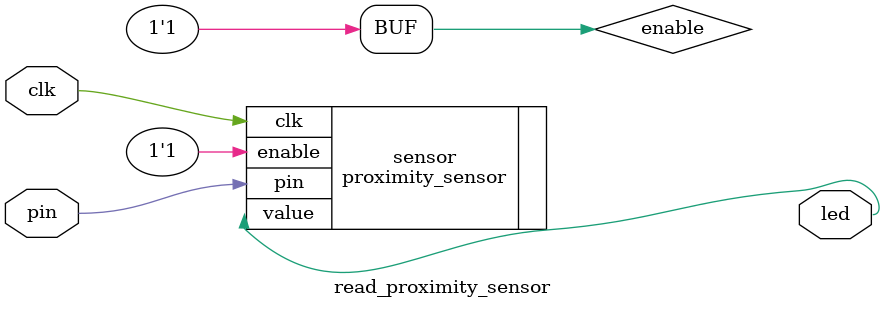
<source format=v>

`default_nettype none

module read_proximity_sensor (
           input wire clk,    //-- Input clock
           input wire pin,    //-- Physical input pin
           //input wire enable,
           output wire led
           );   //-- LED to display value


//Wire to connect the pin value
//wire value;
reg enable = 1;

//Assign to LED the read value
//always @ (posedge clk)
//    led <= (enable) ? value : 1'bz;

proximity_sensor sensor(
                      .clk(clk),
                      .enable(enable),
                      .pin(pin),
                      .value(led)
                      );

endmodule

</source>
